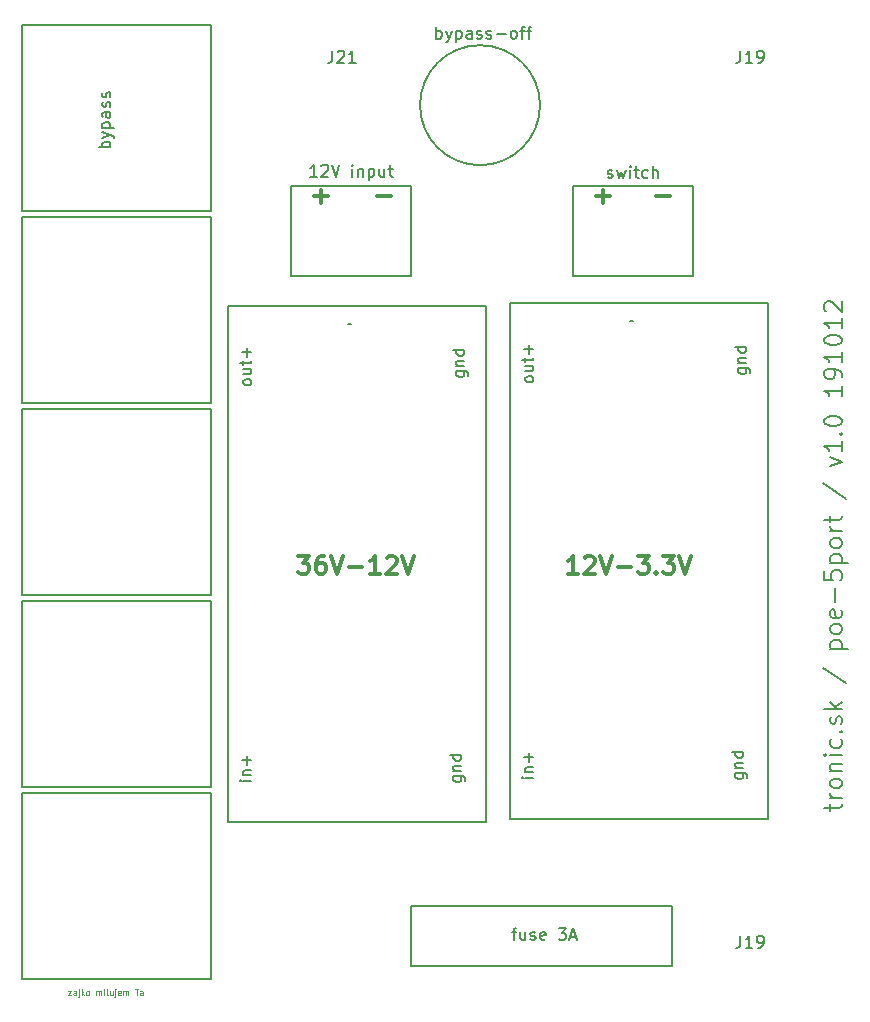
<source format=gto>
G04 #@! TF.FileFunction,Legend,Top*
%FSLAX46Y46*%
G04 Gerber Fmt 4.6, Leading zero omitted, Abs format (unit mm)*
G04 Created by KiCad (PCBNEW 4.0.7) date 10/13/19 14:19:05*
%MOMM*%
%LPD*%
G01*
G04 APERTURE LIST*
%ADD10C,0.100000*%
%ADD11C,0.200000*%
%ADD12C,0.300000*%
%ADD13C,0.150000*%
G04 APERTURE END LIST*
D10*
D11*
X90764218Y-50972981D02*
X90764218Y-49972981D01*
X90764218Y-50353933D02*
X90859456Y-50306314D01*
X91049933Y-50306314D01*
X91145171Y-50353933D01*
X91192790Y-50401552D01*
X91240409Y-50496790D01*
X91240409Y-50782505D01*
X91192790Y-50877743D01*
X91145171Y-50925362D01*
X91049933Y-50972981D01*
X90859456Y-50972981D01*
X90764218Y-50925362D01*
X91573742Y-50306314D02*
X91811837Y-50972981D01*
X92049933Y-50306314D02*
X91811837Y-50972981D01*
X91716599Y-51211076D01*
X91668980Y-51258695D01*
X91573742Y-51306314D01*
X92430885Y-50306314D02*
X92430885Y-51306314D01*
X92430885Y-50353933D02*
X92526123Y-50306314D01*
X92716600Y-50306314D01*
X92811838Y-50353933D01*
X92859457Y-50401552D01*
X92907076Y-50496790D01*
X92907076Y-50782505D01*
X92859457Y-50877743D01*
X92811838Y-50925362D01*
X92716600Y-50972981D01*
X92526123Y-50972981D01*
X92430885Y-50925362D01*
X93764219Y-50972981D02*
X93764219Y-50449171D01*
X93716600Y-50353933D01*
X93621362Y-50306314D01*
X93430885Y-50306314D01*
X93335647Y-50353933D01*
X93764219Y-50925362D02*
X93668981Y-50972981D01*
X93430885Y-50972981D01*
X93335647Y-50925362D01*
X93288028Y-50830124D01*
X93288028Y-50734886D01*
X93335647Y-50639648D01*
X93430885Y-50592029D01*
X93668981Y-50592029D01*
X93764219Y-50544410D01*
X94192790Y-50925362D02*
X94288028Y-50972981D01*
X94478504Y-50972981D01*
X94573743Y-50925362D01*
X94621362Y-50830124D01*
X94621362Y-50782505D01*
X94573743Y-50687267D01*
X94478504Y-50639648D01*
X94335647Y-50639648D01*
X94240409Y-50592029D01*
X94192790Y-50496790D01*
X94192790Y-50449171D01*
X94240409Y-50353933D01*
X94335647Y-50306314D01*
X94478504Y-50306314D01*
X94573743Y-50353933D01*
X95002314Y-50925362D02*
X95097552Y-50972981D01*
X95288028Y-50972981D01*
X95383267Y-50925362D01*
X95430886Y-50830124D01*
X95430886Y-50782505D01*
X95383267Y-50687267D01*
X95288028Y-50639648D01*
X95145171Y-50639648D01*
X95049933Y-50592029D01*
X95002314Y-50496790D01*
X95002314Y-50449171D01*
X95049933Y-50353933D01*
X95145171Y-50306314D01*
X95288028Y-50306314D01*
X95383267Y-50353933D01*
X95859457Y-50592029D02*
X96621362Y-50592029D01*
X97240409Y-50972981D02*
X97145171Y-50925362D01*
X97097552Y-50877743D01*
X97049933Y-50782505D01*
X97049933Y-50496790D01*
X97097552Y-50401552D01*
X97145171Y-50353933D01*
X97240409Y-50306314D01*
X97383267Y-50306314D01*
X97478505Y-50353933D01*
X97526124Y-50401552D01*
X97573743Y-50496790D01*
X97573743Y-50782505D01*
X97526124Y-50877743D01*
X97478505Y-50925362D01*
X97383267Y-50972981D01*
X97240409Y-50972981D01*
X97859457Y-50306314D02*
X98240409Y-50306314D01*
X98002314Y-50972981D02*
X98002314Y-50115838D01*
X98049933Y-50020600D01*
X98145171Y-49972981D01*
X98240409Y-49972981D01*
X98430886Y-50306314D02*
X98811838Y-50306314D01*
X98573743Y-50972981D02*
X98573743Y-50115838D01*
X98621362Y-50020600D01*
X98716600Y-49972981D01*
X98811838Y-49972981D01*
X63164981Y-60196124D02*
X62164981Y-60196124D01*
X62545933Y-60196124D02*
X62498314Y-60100886D01*
X62498314Y-59910409D01*
X62545933Y-59815171D01*
X62593552Y-59767552D01*
X62688790Y-59719933D01*
X62974505Y-59719933D01*
X63069743Y-59767552D01*
X63117362Y-59815171D01*
X63164981Y-59910409D01*
X63164981Y-60100886D01*
X63117362Y-60196124D01*
X62498314Y-59386600D02*
X63164981Y-59148505D01*
X62498314Y-58910409D02*
X63164981Y-59148505D01*
X63403076Y-59243743D01*
X63450695Y-59291362D01*
X63498314Y-59386600D01*
X62498314Y-58529457D02*
X63498314Y-58529457D01*
X62545933Y-58529457D02*
X62498314Y-58434219D01*
X62498314Y-58243742D01*
X62545933Y-58148504D01*
X62593552Y-58100885D01*
X62688790Y-58053266D01*
X62974505Y-58053266D01*
X63069743Y-58100885D01*
X63117362Y-58148504D01*
X63164981Y-58243742D01*
X63164981Y-58434219D01*
X63117362Y-58529457D01*
X63164981Y-57196123D02*
X62641171Y-57196123D01*
X62545933Y-57243742D01*
X62498314Y-57338980D01*
X62498314Y-57529457D01*
X62545933Y-57624695D01*
X63117362Y-57196123D02*
X63164981Y-57291361D01*
X63164981Y-57529457D01*
X63117362Y-57624695D01*
X63022124Y-57672314D01*
X62926886Y-57672314D01*
X62831648Y-57624695D01*
X62784029Y-57529457D01*
X62784029Y-57291361D01*
X62736410Y-57196123D01*
X63117362Y-56767552D02*
X63164981Y-56672314D01*
X63164981Y-56481838D01*
X63117362Y-56386599D01*
X63022124Y-56338980D01*
X62974505Y-56338980D01*
X62879267Y-56386599D01*
X62831648Y-56481838D01*
X62831648Y-56624695D01*
X62784029Y-56719933D01*
X62688790Y-56767552D01*
X62641171Y-56767552D01*
X62545933Y-56719933D01*
X62498314Y-56624695D01*
X62498314Y-56481838D01*
X62545933Y-56386599D01*
X63117362Y-55958028D02*
X63164981Y-55862790D01*
X63164981Y-55672314D01*
X63117362Y-55577075D01*
X63022124Y-55529456D01*
X62974505Y-55529456D01*
X62879267Y-55577075D01*
X62831648Y-55672314D01*
X62831648Y-55815171D01*
X62784029Y-55910409D01*
X62688790Y-55958028D01*
X62641171Y-55958028D01*
X62545933Y-55910409D01*
X62498314Y-55815171D01*
X62498314Y-55672314D01*
X62545933Y-55577075D01*
D12*
X110528028Y-64343743D02*
X109385171Y-64343743D01*
X105448028Y-64343743D02*
X104305171Y-64343743D01*
X104876600Y-64915171D02*
X104876600Y-63772314D01*
X86906028Y-64343743D02*
X85763171Y-64343743D01*
X81572028Y-64343743D02*
X80429171Y-64343743D01*
X81000600Y-64915171D02*
X81000600Y-63772314D01*
D11*
X105273743Y-62736362D02*
X105368981Y-62783981D01*
X105559457Y-62783981D01*
X105654696Y-62736362D01*
X105702315Y-62641124D01*
X105702315Y-62593505D01*
X105654696Y-62498267D01*
X105559457Y-62450648D01*
X105416600Y-62450648D01*
X105321362Y-62403029D01*
X105273743Y-62307790D01*
X105273743Y-62260171D01*
X105321362Y-62164933D01*
X105416600Y-62117314D01*
X105559457Y-62117314D01*
X105654696Y-62164933D01*
X106035648Y-62117314D02*
X106226124Y-62783981D01*
X106416601Y-62307790D01*
X106607077Y-62783981D01*
X106797553Y-62117314D01*
X107178505Y-62783981D02*
X107178505Y-62117314D01*
X107178505Y-61783981D02*
X107130886Y-61831600D01*
X107178505Y-61879219D01*
X107226124Y-61831600D01*
X107178505Y-61783981D01*
X107178505Y-61879219D01*
X107511838Y-62117314D02*
X107892790Y-62117314D01*
X107654695Y-61783981D02*
X107654695Y-62641124D01*
X107702314Y-62736362D01*
X107797552Y-62783981D01*
X107892790Y-62783981D01*
X108654696Y-62736362D02*
X108559458Y-62783981D01*
X108368981Y-62783981D01*
X108273743Y-62736362D01*
X108226124Y-62688743D01*
X108178505Y-62593505D01*
X108178505Y-62307790D01*
X108226124Y-62212552D01*
X108273743Y-62164933D01*
X108368981Y-62117314D01*
X108559458Y-62117314D01*
X108654696Y-62164933D01*
X109083267Y-62783981D02*
X109083267Y-61783981D01*
X109511839Y-62783981D02*
X109511839Y-62260171D01*
X109464220Y-62164933D01*
X109368982Y-62117314D01*
X109226124Y-62117314D01*
X109130886Y-62164933D01*
X109083267Y-62212552D01*
X80659648Y-62656981D02*
X80088219Y-62656981D01*
X80373933Y-62656981D02*
X80373933Y-61656981D01*
X80278695Y-61799838D01*
X80183457Y-61895076D01*
X80088219Y-61942695D01*
X81040600Y-61752219D02*
X81088219Y-61704600D01*
X81183457Y-61656981D01*
X81421553Y-61656981D01*
X81516791Y-61704600D01*
X81564410Y-61752219D01*
X81612029Y-61847457D01*
X81612029Y-61942695D01*
X81564410Y-62085552D01*
X80992981Y-62656981D01*
X81612029Y-62656981D01*
X81897743Y-61656981D02*
X82231076Y-62656981D01*
X82564410Y-61656981D01*
X83659648Y-62656981D02*
X83659648Y-61990314D01*
X83659648Y-61656981D02*
X83612029Y-61704600D01*
X83659648Y-61752219D01*
X83707267Y-61704600D01*
X83659648Y-61656981D01*
X83659648Y-61752219D01*
X84135838Y-61990314D02*
X84135838Y-62656981D01*
X84135838Y-62085552D02*
X84183457Y-62037933D01*
X84278695Y-61990314D01*
X84421553Y-61990314D01*
X84516791Y-62037933D01*
X84564410Y-62133171D01*
X84564410Y-62656981D01*
X85040600Y-61990314D02*
X85040600Y-62990314D01*
X85040600Y-62037933D02*
X85135838Y-61990314D01*
X85326315Y-61990314D01*
X85421553Y-62037933D01*
X85469172Y-62085552D01*
X85516791Y-62180790D01*
X85516791Y-62466505D01*
X85469172Y-62561743D01*
X85421553Y-62609362D01*
X85326315Y-62656981D01*
X85135838Y-62656981D01*
X85040600Y-62609362D01*
X86373934Y-61990314D02*
X86373934Y-62656981D01*
X85945362Y-61990314D02*
X85945362Y-62514124D01*
X85992981Y-62609362D01*
X86088219Y-62656981D01*
X86231077Y-62656981D01*
X86326315Y-62609362D01*
X86373934Y-62561743D01*
X86707267Y-61990314D02*
X87088219Y-61990314D01*
X86850124Y-61656981D02*
X86850124Y-62514124D01*
X86897743Y-62609362D01*
X86992981Y-62656981D01*
X87088219Y-62656981D01*
D12*
X102749887Y-96284171D02*
X101892744Y-96284171D01*
X102321316Y-96284171D02*
X102321316Y-94784171D01*
X102178459Y-94998457D01*
X102035601Y-95141314D01*
X101892744Y-95212743D01*
X103321315Y-94927029D02*
X103392744Y-94855600D01*
X103535601Y-94784171D01*
X103892744Y-94784171D01*
X104035601Y-94855600D01*
X104107030Y-94927029D01*
X104178458Y-95069886D01*
X104178458Y-95212743D01*
X104107030Y-95427029D01*
X103249887Y-96284171D01*
X104178458Y-96284171D01*
X104607029Y-94784171D02*
X105107029Y-96284171D01*
X105607029Y-94784171D01*
X106107029Y-95712743D02*
X107249886Y-95712743D01*
X107821315Y-94784171D02*
X108749886Y-94784171D01*
X108249886Y-95355600D01*
X108464172Y-95355600D01*
X108607029Y-95427029D01*
X108678458Y-95498457D01*
X108749886Y-95641314D01*
X108749886Y-95998457D01*
X108678458Y-96141314D01*
X108607029Y-96212743D01*
X108464172Y-96284171D01*
X108035600Y-96284171D01*
X107892743Y-96212743D01*
X107821315Y-96141314D01*
X109392743Y-96141314D02*
X109464171Y-96212743D01*
X109392743Y-96284171D01*
X109321314Y-96212743D01*
X109392743Y-96141314D01*
X109392743Y-96284171D01*
X109964172Y-94784171D02*
X110892743Y-94784171D01*
X110392743Y-95355600D01*
X110607029Y-95355600D01*
X110749886Y-95427029D01*
X110821315Y-95498457D01*
X110892743Y-95641314D01*
X110892743Y-95998457D01*
X110821315Y-96141314D01*
X110749886Y-96212743D01*
X110607029Y-96284171D01*
X110178457Y-96284171D01*
X110035600Y-96212743D01*
X109964172Y-96141314D01*
X111321314Y-94784171D02*
X111821314Y-96284171D01*
X112321314Y-94784171D01*
X79064459Y-94784171D02*
X79993030Y-94784171D01*
X79493030Y-95355600D01*
X79707316Y-95355600D01*
X79850173Y-95427029D01*
X79921602Y-95498457D01*
X79993030Y-95641314D01*
X79993030Y-95998457D01*
X79921602Y-96141314D01*
X79850173Y-96212743D01*
X79707316Y-96284171D01*
X79278744Y-96284171D01*
X79135887Y-96212743D01*
X79064459Y-96141314D01*
X81278744Y-94784171D02*
X80993030Y-94784171D01*
X80850173Y-94855600D01*
X80778744Y-94927029D01*
X80635887Y-95141314D01*
X80564458Y-95427029D01*
X80564458Y-95998457D01*
X80635887Y-96141314D01*
X80707315Y-96212743D01*
X80850173Y-96284171D01*
X81135887Y-96284171D01*
X81278744Y-96212743D01*
X81350173Y-96141314D01*
X81421601Y-95998457D01*
X81421601Y-95641314D01*
X81350173Y-95498457D01*
X81278744Y-95427029D01*
X81135887Y-95355600D01*
X80850173Y-95355600D01*
X80707315Y-95427029D01*
X80635887Y-95498457D01*
X80564458Y-95641314D01*
X81850172Y-94784171D02*
X82350172Y-96284171D01*
X82850172Y-94784171D01*
X83350172Y-95712743D02*
X84493029Y-95712743D01*
X85993029Y-96284171D02*
X85135886Y-96284171D01*
X85564458Y-96284171D02*
X85564458Y-94784171D01*
X85421601Y-94998457D01*
X85278743Y-95141314D01*
X85135886Y-95212743D01*
X86564457Y-94927029D02*
X86635886Y-94855600D01*
X86778743Y-94784171D01*
X87135886Y-94784171D01*
X87278743Y-94855600D01*
X87350172Y-94927029D01*
X87421600Y-95069886D01*
X87421600Y-95212743D01*
X87350172Y-95427029D01*
X86493029Y-96284171D01*
X87421600Y-96284171D01*
X87850171Y-94784171D02*
X88350171Y-96284171D01*
X88850171Y-94784171D01*
D11*
X97161695Y-126633314D02*
X97542647Y-126633314D01*
X97304552Y-127299981D02*
X97304552Y-126442838D01*
X97352171Y-126347600D01*
X97447409Y-126299981D01*
X97542647Y-126299981D01*
X98304553Y-126633314D02*
X98304553Y-127299981D01*
X97875981Y-126633314D02*
X97875981Y-127157124D01*
X97923600Y-127252362D01*
X98018838Y-127299981D01*
X98161696Y-127299981D01*
X98256934Y-127252362D01*
X98304553Y-127204743D01*
X98733124Y-127252362D02*
X98828362Y-127299981D01*
X99018838Y-127299981D01*
X99114077Y-127252362D01*
X99161696Y-127157124D01*
X99161696Y-127109505D01*
X99114077Y-127014267D01*
X99018838Y-126966648D01*
X98875981Y-126966648D01*
X98780743Y-126919029D01*
X98733124Y-126823790D01*
X98733124Y-126776171D01*
X98780743Y-126680933D01*
X98875981Y-126633314D01*
X99018838Y-126633314D01*
X99114077Y-126680933D01*
X99971220Y-127252362D02*
X99875982Y-127299981D01*
X99685505Y-127299981D01*
X99590267Y-127252362D01*
X99542648Y-127157124D01*
X99542648Y-126776171D01*
X99590267Y-126680933D01*
X99685505Y-126633314D01*
X99875982Y-126633314D01*
X99971220Y-126680933D01*
X100018839Y-126776171D01*
X100018839Y-126871410D01*
X99542648Y-126966648D01*
X101114077Y-126299981D02*
X101733125Y-126299981D01*
X101399791Y-126680933D01*
X101542649Y-126680933D01*
X101637887Y-126728552D01*
X101685506Y-126776171D01*
X101733125Y-126871410D01*
X101733125Y-127109505D01*
X101685506Y-127204743D01*
X101637887Y-127252362D01*
X101542649Y-127299981D01*
X101256934Y-127299981D01*
X101161696Y-127252362D01*
X101114077Y-127204743D01*
X102114077Y-127014267D02*
X102590268Y-127014267D01*
X102018839Y-127299981D02*
X102352172Y-126299981D01*
X102685506Y-127299981D01*
D10*
X59597530Y-131629957D02*
X59859434Y-131629957D01*
X59597530Y-131963290D01*
X59859434Y-131963290D01*
X60264196Y-131963290D02*
X60264196Y-131701386D01*
X60240387Y-131653767D01*
X60192768Y-131629957D01*
X60097530Y-131629957D01*
X60049911Y-131653767D01*
X60264196Y-131939481D02*
X60216577Y-131963290D01*
X60097530Y-131963290D01*
X60049911Y-131939481D01*
X60026101Y-131891862D01*
X60026101Y-131844243D01*
X60049911Y-131796624D01*
X60097530Y-131772814D01*
X60216577Y-131772814D01*
X60264196Y-131749005D01*
X60502292Y-131629957D02*
X60502292Y-132058529D01*
X60478482Y-132106148D01*
X60430863Y-132129957D01*
X60407054Y-132129957D01*
X60502292Y-131463290D02*
X60478482Y-131487100D01*
X60502292Y-131510910D01*
X60526101Y-131487100D01*
X60502292Y-131463290D01*
X60502292Y-131510910D01*
X60740387Y-131963290D02*
X60740387Y-131463290D01*
X60788006Y-131772814D02*
X60930863Y-131963290D01*
X60930863Y-131629957D02*
X60740387Y-131820433D01*
X61216577Y-131963290D02*
X61168958Y-131939481D01*
X61145149Y-131915671D01*
X61121339Y-131868052D01*
X61121339Y-131725195D01*
X61145149Y-131677576D01*
X61168958Y-131653767D01*
X61216577Y-131629957D01*
X61288006Y-131629957D01*
X61335625Y-131653767D01*
X61359434Y-131677576D01*
X61383244Y-131725195D01*
X61383244Y-131868052D01*
X61359434Y-131915671D01*
X61335625Y-131939481D01*
X61288006Y-131963290D01*
X61216577Y-131963290D01*
X61978482Y-131963290D02*
X61978482Y-131629957D01*
X61978482Y-131677576D02*
X62002291Y-131653767D01*
X62049910Y-131629957D01*
X62121339Y-131629957D01*
X62168958Y-131653767D01*
X62192767Y-131701386D01*
X62192767Y-131963290D01*
X62192767Y-131701386D02*
X62216577Y-131653767D01*
X62264196Y-131629957D01*
X62335624Y-131629957D01*
X62383244Y-131653767D01*
X62407053Y-131701386D01*
X62407053Y-131963290D01*
X62645149Y-131963290D02*
X62645149Y-131629957D01*
X62645149Y-131463290D02*
X62621339Y-131487100D01*
X62645149Y-131510910D01*
X62668958Y-131487100D01*
X62645149Y-131463290D01*
X62645149Y-131510910D01*
X62954672Y-131963290D02*
X62907053Y-131939481D01*
X62883244Y-131891862D01*
X62883244Y-131463290D01*
X63359434Y-131629957D02*
X63359434Y-131963290D01*
X63145149Y-131629957D02*
X63145149Y-131891862D01*
X63168958Y-131939481D01*
X63216577Y-131963290D01*
X63288006Y-131963290D01*
X63335625Y-131939481D01*
X63359434Y-131915671D01*
X63597530Y-131629957D02*
X63597530Y-132058529D01*
X63573720Y-132106148D01*
X63526101Y-132129957D01*
X63502292Y-132129957D01*
X63597530Y-131463290D02*
X63573720Y-131487100D01*
X63597530Y-131510910D01*
X63621339Y-131487100D01*
X63597530Y-131463290D01*
X63597530Y-131510910D01*
X64026101Y-131939481D02*
X63978482Y-131963290D01*
X63883244Y-131963290D01*
X63835625Y-131939481D01*
X63811815Y-131891862D01*
X63811815Y-131701386D01*
X63835625Y-131653767D01*
X63883244Y-131629957D01*
X63978482Y-131629957D01*
X64026101Y-131653767D01*
X64049910Y-131701386D01*
X64049910Y-131749005D01*
X63811815Y-131796624D01*
X64264196Y-131963290D02*
X64264196Y-131629957D01*
X64264196Y-131677576D02*
X64288005Y-131653767D01*
X64335624Y-131629957D01*
X64407053Y-131629957D01*
X64454672Y-131653767D01*
X64478481Y-131701386D01*
X64478481Y-131963290D01*
X64478481Y-131701386D02*
X64502291Y-131653767D01*
X64549910Y-131629957D01*
X64621338Y-131629957D01*
X64668958Y-131653767D01*
X64692767Y-131701386D01*
X64692767Y-131963290D01*
X65240386Y-131463290D02*
X65526100Y-131463290D01*
X65383243Y-131963290D02*
X65383243Y-131463290D01*
X65907052Y-131963290D02*
X65907052Y-131701386D01*
X65883243Y-131653767D01*
X65835624Y-131629957D01*
X65740386Y-131629957D01*
X65692767Y-131653767D01*
X65907052Y-131939481D02*
X65859433Y-131963290D01*
X65740386Y-131963290D01*
X65692767Y-131939481D01*
X65668957Y-131891862D01*
X65668957Y-131844243D01*
X65692767Y-131796624D01*
X65740386Y-131772814D01*
X65859433Y-131772814D01*
X65907052Y-131749005D01*
D11*
X124113171Y-116359456D02*
X124113171Y-115788027D01*
X123613171Y-116145170D02*
X124898886Y-116145170D01*
X125041743Y-116073742D01*
X125113171Y-115930884D01*
X125113171Y-115788027D01*
X125113171Y-115288027D02*
X124113171Y-115288027D01*
X124398886Y-115288027D02*
X124256029Y-115216599D01*
X124184600Y-115145170D01*
X124113171Y-115002313D01*
X124113171Y-114859456D01*
X125113171Y-114145170D02*
X125041743Y-114288028D01*
X124970314Y-114359456D01*
X124827457Y-114430885D01*
X124398886Y-114430885D01*
X124256029Y-114359456D01*
X124184600Y-114288028D01*
X124113171Y-114145170D01*
X124113171Y-113930885D01*
X124184600Y-113788028D01*
X124256029Y-113716599D01*
X124398886Y-113645170D01*
X124827457Y-113645170D01*
X124970314Y-113716599D01*
X125041743Y-113788028D01*
X125113171Y-113930885D01*
X125113171Y-114145170D01*
X124113171Y-113002313D02*
X125113171Y-113002313D01*
X124256029Y-113002313D02*
X124184600Y-112930885D01*
X124113171Y-112788027D01*
X124113171Y-112573742D01*
X124184600Y-112430885D01*
X124327457Y-112359456D01*
X125113171Y-112359456D01*
X125113171Y-111645170D02*
X124113171Y-111645170D01*
X123613171Y-111645170D02*
X123684600Y-111716599D01*
X123756029Y-111645170D01*
X123684600Y-111573742D01*
X123613171Y-111645170D01*
X123756029Y-111645170D01*
X125041743Y-110288027D02*
X125113171Y-110430884D01*
X125113171Y-110716598D01*
X125041743Y-110859456D01*
X124970314Y-110930884D01*
X124827457Y-111002313D01*
X124398886Y-111002313D01*
X124256029Y-110930884D01*
X124184600Y-110859456D01*
X124113171Y-110716598D01*
X124113171Y-110430884D01*
X124184600Y-110288027D01*
X124970314Y-109645170D02*
X125041743Y-109573742D01*
X125113171Y-109645170D01*
X125041743Y-109716599D01*
X124970314Y-109645170D01*
X125113171Y-109645170D01*
X125041743Y-109002313D02*
X125113171Y-108859456D01*
X125113171Y-108573741D01*
X125041743Y-108430884D01*
X124898886Y-108359456D01*
X124827457Y-108359456D01*
X124684600Y-108430884D01*
X124613171Y-108573741D01*
X124613171Y-108788027D01*
X124541743Y-108930884D01*
X124398886Y-109002313D01*
X124327457Y-109002313D01*
X124184600Y-108930884D01*
X124113171Y-108788027D01*
X124113171Y-108573741D01*
X124184600Y-108430884D01*
X125113171Y-107716598D02*
X123613171Y-107716598D01*
X124541743Y-107573741D02*
X125113171Y-107145170D01*
X124113171Y-107145170D02*
X124684600Y-107716598D01*
X123541743Y-104288027D02*
X125470314Y-105573741D01*
X124113171Y-102645169D02*
X125613171Y-102645169D01*
X124184600Y-102645169D02*
X124113171Y-102502312D01*
X124113171Y-102216598D01*
X124184600Y-102073741D01*
X124256029Y-102002312D01*
X124398886Y-101930883D01*
X124827457Y-101930883D01*
X124970314Y-102002312D01*
X125041743Y-102073741D01*
X125113171Y-102216598D01*
X125113171Y-102502312D01*
X125041743Y-102645169D01*
X125113171Y-101073740D02*
X125041743Y-101216598D01*
X124970314Y-101288026D01*
X124827457Y-101359455D01*
X124398886Y-101359455D01*
X124256029Y-101288026D01*
X124184600Y-101216598D01*
X124113171Y-101073740D01*
X124113171Y-100859455D01*
X124184600Y-100716598D01*
X124256029Y-100645169D01*
X124398886Y-100573740D01*
X124827457Y-100573740D01*
X124970314Y-100645169D01*
X125041743Y-100716598D01*
X125113171Y-100859455D01*
X125113171Y-101073740D01*
X125041743Y-99359455D02*
X125113171Y-99502312D01*
X125113171Y-99788026D01*
X125041743Y-99930883D01*
X124898886Y-100002312D01*
X124327457Y-100002312D01*
X124184600Y-99930883D01*
X124113171Y-99788026D01*
X124113171Y-99502312D01*
X124184600Y-99359455D01*
X124327457Y-99288026D01*
X124470314Y-99288026D01*
X124613171Y-100002312D01*
X124541743Y-98645169D02*
X124541743Y-97502312D01*
X123613171Y-96073740D02*
X123613171Y-96788026D01*
X124327457Y-96859455D01*
X124256029Y-96788026D01*
X124184600Y-96645169D01*
X124184600Y-96288026D01*
X124256029Y-96145169D01*
X124327457Y-96073740D01*
X124470314Y-96002312D01*
X124827457Y-96002312D01*
X124970314Y-96073740D01*
X125041743Y-96145169D01*
X125113171Y-96288026D01*
X125113171Y-96645169D01*
X125041743Y-96788026D01*
X124970314Y-96859455D01*
X124113171Y-95359455D02*
X125613171Y-95359455D01*
X124184600Y-95359455D02*
X124113171Y-95216598D01*
X124113171Y-94930884D01*
X124184600Y-94788027D01*
X124256029Y-94716598D01*
X124398886Y-94645169D01*
X124827457Y-94645169D01*
X124970314Y-94716598D01*
X125041743Y-94788027D01*
X125113171Y-94930884D01*
X125113171Y-95216598D01*
X125041743Y-95359455D01*
X125113171Y-93788026D02*
X125041743Y-93930884D01*
X124970314Y-94002312D01*
X124827457Y-94073741D01*
X124398886Y-94073741D01*
X124256029Y-94002312D01*
X124184600Y-93930884D01*
X124113171Y-93788026D01*
X124113171Y-93573741D01*
X124184600Y-93430884D01*
X124256029Y-93359455D01*
X124398886Y-93288026D01*
X124827457Y-93288026D01*
X124970314Y-93359455D01*
X125041743Y-93430884D01*
X125113171Y-93573741D01*
X125113171Y-93788026D01*
X125113171Y-92645169D02*
X124113171Y-92645169D01*
X124398886Y-92645169D02*
X124256029Y-92573741D01*
X124184600Y-92502312D01*
X124113171Y-92359455D01*
X124113171Y-92216598D01*
X124113171Y-91930884D02*
X124113171Y-91359455D01*
X123613171Y-91716598D02*
X124898886Y-91716598D01*
X125041743Y-91645170D01*
X125113171Y-91502312D01*
X125113171Y-91359455D01*
X123541743Y-88645170D02*
X125470314Y-89930884D01*
X124113171Y-87145169D02*
X125113171Y-86788026D01*
X124113171Y-86430884D01*
X125113171Y-85073741D02*
X125113171Y-85930884D01*
X125113171Y-85502312D02*
X123613171Y-85502312D01*
X123827457Y-85645169D01*
X123970314Y-85788027D01*
X124041743Y-85930884D01*
X124970314Y-84430884D02*
X125041743Y-84359456D01*
X125113171Y-84430884D01*
X125041743Y-84502313D01*
X124970314Y-84430884D01*
X125113171Y-84430884D01*
X123613171Y-83430884D02*
X123613171Y-83288027D01*
X123684600Y-83145170D01*
X123756029Y-83073741D01*
X123898886Y-83002312D01*
X124184600Y-82930884D01*
X124541743Y-82930884D01*
X124827457Y-83002312D01*
X124970314Y-83073741D01*
X125041743Y-83145170D01*
X125113171Y-83288027D01*
X125113171Y-83430884D01*
X125041743Y-83573741D01*
X124970314Y-83645170D01*
X124827457Y-83716598D01*
X124541743Y-83788027D01*
X124184600Y-83788027D01*
X123898886Y-83716598D01*
X123756029Y-83645170D01*
X123684600Y-83573741D01*
X123613171Y-83430884D01*
X125113171Y-80359456D02*
X125113171Y-81216599D01*
X125113171Y-80788027D02*
X123613171Y-80788027D01*
X123827457Y-80930884D01*
X123970314Y-81073742D01*
X124041743Y-81216599D01*
X125113171Y-79645171D02*
X125113171Y-79359456D01*
X125041743Y-79216599D01*
X124970314Y-79145171D01*
X124756029Y-79002313D01*
X124470314Y-78930885D01*
X123898886Y-78930885D01*
X123756029Y-79002313D01*
X123684600Y-79073742D01*
X123613171Y-79216599D01*
X123613171Y-79502313D01*
X123684600Y-79645171D01*
X123756029Y-79716599D01*
X123898886Y-79788028D01*
X124256029Y-79788028D01*
X124398886Y-79716599D01*
X124470314Y-79645171D01*
X124541743Y-79502313D01*
X124541743Y-79216599D01*
X124470314Y-79073742D01*
X124398886Y-79002313D01*
X124256029Y-78930885D01*
X125113171Y-77502314D02*
X125113171Y-78359457D01*
X125113171Y-77930885D02*
X123613171Y-77930885D01*
X123827457Y-78073742D01*
X123970314Y-78216600D01*
X124041743Y-78359457D01*
X123613171Y-76573743D02*
X123613171Y-76430886D01*
X123684600Y-76288029D01*
X123756029Y-76216600D01*
X123898886Y-76145171D01*
X124184600Y-76073743D01*
X124541743Y-76073743D01*
X124827457Y-76145171D01*
X124970314Y-76216600D01*
X125041743Y-76288029D01*
X125113171Y-76430886D01*
X125113171Y-76573743D01*
X125041743Y-76716600D01*
X124970314Y-76788029D01*
X124827457Y-76859457D01*
X124541743Y-76930886D01*
X124184600Y-76930886D01*
X123898886Y-76859457D01*
X123756029Y-76788029D01*
X123684600Y-76716600D01*
X123613171Y-76573743D01*
X125113171Y-74645172D02*
X125113171Y-75502315D01*
X125113171Y-75073743D02*
X123613171Y-75073743D01*
X123827457Y-75216600D01*
X123970314Y-75359458D01*
X124041743Y-75502315D01*
X123756029Y-74073744D02*
X123684600Y-74002315D01*
X123613171Y-73859458D01*
X123613171Y-73502315D01*
X123684600Y-73359458D01*
X123756029Y-73288029D01*
X123898886Y-73216601D01*
X124041743Y-73216601D01*
X124256029Y-73288029D01*
X125113171Y-74145172D01*
X125113171Y-73216601D01*
D13*
X71704200Y-98628200D02*
X55702200Y-98628200D01*
X55702200Y-114376200D02*
X70815200Y-114376200D01*
X71704200Y-98628200D02*
X71704200Y-99390200D01*
X70180200Y-114376200D02*
X71704200Y-114376200D01*
X71704200Y-114376200D02*
X71704200Y-99136200D01*
X55702200Y-98628200D02*
X55702200Y-114376200D01*
X71704200Y-82372200D02*
X55702200Y-82372200D01*
X55702200Y-98120200D02*
X70815200Y-98120200D01*
X71704200Y-82372200D02*
X71704200Y-83134200D01*
X70180200Y-98120200D02*
X71704200Y-98120200D01*
X71704200Y-98120200D02*
X71704200Y-82880200D01*
X55702200Y-82372200D02*
X55702200Y-98120200D01*
X84048600Y-117322600D02*
X73126600Y-117322600D01*
X73126600Y-117322600D02*
X73126600Y-73634600D01*
X73126600Y-73634600D02*
X94970600Y-73634600D01*
X94970600Y-73634600D02*
X94970600Y-117322600D01*
X94970600Y-117322600D02*
X83540600Y-117322600D01*
X83540600Y-75158600D02*
X83286600Y-75158600D01*
X98526600Y-124434600D02*
X88620600Y-124434600D01*
X88620600Y-124434600D02*
X88620600Y-129514600D01*
X88620600Y-129514600D02*
X110718600Y-129514600D01*
X110718600Y-129514600D02*
X110718600Y-124688600D01*
X110718600Y-124688600D02*
X110718600Y-124434600D01*
X110718600Y-124434600D02*
X98526600Y-124434600D01*
X78460600Y-63474600D02*
X88620600Y-63474600D01*
X88620600Y-63474600D02*
X88620600Y-71094600D01*
X88620600Y-71094600D02*
X78460600Y-71094600D01*
X78460600Y-71094600D02*
X78460600Y-63474600D01*
X102336600Y-63474600D02*
X112496600Y-63474600D01*
X112496600Y-63474600D02*
X112496600Y-71094600D01*
X112496600Y-71094600D02*
X102336600Y-71094600D01*
X102336600Y-71094600D02*
X102336600Y-63474600D01*
X71653400Y-114884200D02*
X55651400Y-114884200D01*
X55651400Y-130632200D02*
X70764400Y-130632200D01*
X71653400Y-114884200D02*
X71653400Y-115646200D01*
X70129400Y-130632200D02*
X71653400Y-130632200D01*
X71653400Y-130632200D02*
X71653400Y-115392200D01*
X55651400Y-114884200D02*
X55651400Y-130632200D01*
X71704200Y-49860200D02*
X55702200Y-49860200D01*
X55702200Y-65608200D02*
X70815200Y-65608200D01*
X71704200Y-49860200D02*
X71704200Y-50622200D01*
X70180200Y-65608200D02*
X71704200Y-65608200D01*
X71704200Y-65608200D02*
X71704200Y-50368200D01*
X55702200Y-49860200D02*
X55702200Y-65608200D01*
X107924600Y-117068600D02*
X97002600Y-117068600D01*
X97002600Y-117068600D02*
X97002600Y-73380600D01*
X97002600Y-73380600D02*
X118846600Y-73380600D01*
X118846600Y-73380600D02*
X118846600Y-117068600D01*
X118846600Y-117068600D02*
X107416600Y-117068600D01*
X107416600Y-74904600D02*
X107162600Y-74904600D01*
X71704200Y-66116200D02*
X55702200Y-66116200D01*
X55702200Y-81864200D02*
X70815200Y-81864200D01*
X71704200Y-66116200D02*
X71704200Y-66878200D01*
X70180200Y-81864200D02*
X71704200Y-81864200D01*
X71704200Y-81864200D02*
X71704200Y-66624200D01*
X55702200Y-66116200D02*
X55702200Y-81864200D01*
X99542600Y-56616600D02*
G75*
G03X99542600Y-56616600I-5080000J0D01*
G01*
X116513077Y-52004981D02*
X116513077Y-52719267D01*
X116465457Y-52862124D01*
X116370219Y-52957362D01*
X116227362Y-53004981D01*
X116132124Y-53004981D01*
X117513077Y-53004981D02*
X116941648Y-53004981D01*
X117227362Y-53004981D02*
X117227362Y-52004981D01*
X117132124Y-52147838D01*
X117036886Y-52243076D01*
X116941648Y-52290695D01*
X117989267Y-53004981D02*
X118179743Y-53004981D01*
X118274982Y-52957362D01*
X118322601Y-52909743D01*
X118417839Y-52766886D01*
X118465458Y-52576410D01*
X118465458Y-52195457D01*
X118417839Y-52100219D01*
X118370220Y-52052600D01*
X118274982Y-52004981D01*
X118084505Y-52004981D01*
X117989267Y-52052600D01*
X117941648Y-52100219D01*
X117894029Y-52195457D01*
X117894029Y-52433552D01*
X117941648Y-52528790D01*
X117989267Y-52576410D01*
X118084505Y-52624029D01*
X118274982Y-52624029D01*
X118370220Y-52576410D01*
X118417839Y-52528790D01*
X118465458Y-52433552D01*
X75102981Y-80143172D02*
X75055362Y-80238410D01*
X75007743Y-80286029D01*
X74912505Y-80333648D01*
X74626790Y-80333648D01*
X74531552Y-80286029D01*
X74483933Y-80238410D01*
X74436314Y-80143172D01*
X74436314Y-80000314D01*
X74483933Y-79905076D01*
X74531552Y-79857457D01*
X74626790Y-79809838D01*
X74912505Y-79809838D01*
X75007743Y-79857457D01*
X75055362Y-79905076D01*
X75102981Y-80000314D01*
X75102981Y-80143172D01*
X74436314Y-78952695D02*
X75102981Y-78952695D01*
X74436314Y-79381267D02*
X74960124Y-79381267D01*
X75055362Y-79333648D01*
X75102981Y-79238410D01*
X75102981Y-79095552D01*
X75055362Y-79000314D01*
X75007743Y-78952695D01*
X74436314Y-78619362D02*
X74436314Y-78238410D01*
X74102981Y-78476505D02*
X74960124Y-78476505D01*
X75055362Y-78428886D01*
X75102981Y-78333648D01*
X75102981Y-78238410D01*
X74722029Y-77905076D02*
X74722029Y-77143171D01*
X75102981Y-77524123D02*
X74341076Y-77524123D01*
X75102981Y-113822028D02*
X74436314Y-113822028D01*
X74102981Y-113822028D02*
X74150600Y-113869647D01*
X74198219Y-113822028D01*
X74150600Y-113774409D01*
X74102981Y-113822028D01*
X74198219Y-113822028D01*
X74436314Y-113345838D02*
X75102981Y-113345838D01*
X74531552Y-113345838D02*
X74483933Y-113298219D01*
X74436314Y-113202981D01*
X74436314Y-113060123D01*
X74483933Y-112964885D01*
X74579171Y-112917266D01*
X75102981Y-112917266D01*
X74722029Y-112441076D02*
X74722029Y-111679171D01*
X75102981Y-112060123D02*
X74341076Y-112060123D01*
X92470314Y-79151076D02*
X93279838Y-79151076D01*
X93375076Y-79198695D01*
X93422695Y-79246314D01*
X93470314Y-79341553D01*
X93470314Y-79484410D01*
X93422695Y-79579648D01*
X93089362Y-79151076D02*
X93136981Y-79246314D01*
X93136981Y-79436791D01*
X93089362Y-79532029D01*
X93041743Y-79579648D01*
X92946505Y-79627267D01*
X92660790Y-79627267D01*
X92565552Y-79579648D01*
X92517933Y-79532029D01*
X92470314Y-79436791D01*
X92470314Y-79246314D01*
X92517933Y-79151076D01*
X92470314Y-78674886D02*
X93136981Y-78674886D01*
X92565552Y-78674886D02*
X92517933Y-78627267D01*
X92470314Y-78532029D01*
X92470314Y-78389171D01*
X92517933Y-78293933D01*
X92613171Y-78246314D01*
X93136981Y-78246314D01*
X93136981Y-77341552D02*
X92136981Y-77341552D01*
X93089362Y-77341552D02*
X93136981Y-77436790D01*
X93136981Y-77627267D01*
X93089362Y-77722505D01*
X93041743Y-77770124D01*
X92946505Y-77817743D01*
X92660790Y-77817743D01*
X92565552Y-77770124D01*
X92517933Y-77722505D01*
X92470314Y-77627267D01*
X92470314Y-77436790D01*
X92517933Y-77341552D01*
X92216314Y-113441076D02*
X93025838Y-113441076D01*
X93121076Y-113488695D01*
X93168695Y-113536314D01*
X93216314Y-113631553D01*
X93216314Y-113774410D01*
X93168695Y-113869648D01*
X92835362Y-113441076D02*
X92882981Y-113536314D01*
X92882981Y-113726791D01*
X92835362Y-113822029D01*
X92787743Y-113869648D01*
X92692505Y-113917267D01*
X92406790Y-113917267D01*
X92311552Y-113869648D01*
X92263933Y-113822029D01*
X92216314Y-113726791D01*
X92216314Y-113536314D01*
X92263933Y-113441076D01*
X92216314Y-112964886D02*
X92882981Y-112964886D01*
X92311552Y-112964886D02*
X92263933Y-112917267D01*
X92216314Y-112822029D01*
X92216314Y-112679171D01*
X92263933Y-112583933D01*
X92359171Y-112536314D01*
X92882981Y-112536314D01*
X92882981Y-111631552D02*
X91882981Y-111631552D01*
X92835362Y-111631552D02*
X92882981Y-111726790D01*
X92882981Y-111917267D01*
X92835362Y-112012505D01*
X92787743Y-112060124D01*
X92692505Y-112107743D01*
X92406790Y-112107743D01*
X92311552Y-112060124D01*
X92263933Y-112012505D01*
X92216314Y-111917267D01*
X92216314Y-111726790D01*
X92263933Y-111631552D01*
X116513077Y-126934981D02*
X116513077Y-127649267D01*
X116465457Y-127792124D01*
X116370219Y-127887362D01*
X116227362Y-127934981D01*
X116132124Y-127934981D01*
X117513077Y-127934981D02*
X116941648Y-127934981D01*
X117227362Y-127934981D02*
X117227362Y-126934981D01*
X117132124Y-127077838D01*
X117036886Y-127173076D01*
X116941648Y-127220695D01*
X117989267Y-127934981D02*
X118179743Y-127934981D01*
X118274982Y-127887362D01*
X118322601Y-127839743D01*
X118417839Y-127696886D01*
X118465458Y-127506410D01*
X118465458Y-127125457D01*
X118417839Y-127030219D01*
X118370220Y-126982600D01*
X118274982Y-126934981D01*
X118084505Y-126934981D01*
X117989267Y-126982600D01*
X117941648Y-127030219D01*
X117894029Y-127125457D01*
X117894029Y-127363552D01*
X117941648Y-127458790D01*
X117989267Y-127506410D01*
X118084505Y-127554029D01*
X118274982Y-127554029D01*
X118370220Y-127506410D01*
X118417839Y-127458790D01*
X118465458Y-127363552D01*
X81969077Y-52004981D02*
X81969077Y-52719267D01*
X81921457Y-52862124D01*
X81826219Y-52957362D01*
X81683362Y-53004981D01*
X81588124Y-53004981D01*
X82397648Y-52100219D02*
X82445267Y-52052600D01*
X82540505Y-52004981D01*
X82778601Y-52004981D01*
X82873839Y-52052600D01*
X82921458Y-52100219D01*
X82969077Y-52195457D01*
X82969077Y-52290695D01*
X82921458Y-52433552D01*
X82350029Y-53004981D01*
X82969077Y-53004981D01*
X83921458Y-53004981D02*
X83350029Y-53004981D01*
X83635743Y-53004981D02*
X83635743Y-52004981D01*
X83540505Y-52147838D01*
X83445267Y-52243076D01*
X83350029Y-52290695D01*
X98978981Y-79889172D02*
X98931362Y-79984410D01*
X98883743Y-80032029D01*
X98788505Y-80079648D01*
X98502790Y-80079648D01*
X98407552Y-80032029D01*
X98359933Y-79984410D01*
X98312314Y-79889172D01*
X98312314Y-79746314D01*
X98359933Y-79651076D01*
X98407552Y-79603457D01*
X98502790Y-79555838D01*
X98788505Y-79555838D01*
X98883743Y-79603457D01*
X98931362Y-79651076D01*
X98978981Y-79746314D01*
X98978981Y-79889172D01*
X98312314Y-78698695D02*
X98978981Y-78698695D01*
X98312314Y-79127267D02*
X98836124Y-79127267D01*
X98931362Y-79079648D01*
X98978981Y-78984410D01*
X98978981Y-78841552D01*
X98931362Y-78746314D01*
X98883743Y-78698695D01*
X98312314Y-78365362D02*
X98312314Y-77984410D01*
X97978981Y-78222505D02*
X98836124Y-78222505D01*
X98931362Y-78174886D01*
X98978981Y-78079648D01*
X98978981Y-77984410D01*
X98598029Y-77651076D02*
X98598029Y-76889171D01*
X98978981Y-77270123D02*
X98217076Y-77270123D01*
X98978981Y-113568028D02*
X98312314Y-113568028D01*
X97978981Y-113568028D02*
X98026600Y-113615647D01*
X98074219Y-113568028D01*
X98026600Y-113520409D01*
X97978981Y-113568028D01*
X98074219Y-113568028D01*
X98312314Y-113091838D02*
X98978981Y-113091838D01*
X98407552Y-113091838D02*
X98359933Y-113044219D01*
X98312314Y-112948981D01*
X98312314Y-112806123D01*
X98359933Y-112710885D01*
X98455171Y-112663266D01*
X98978981Y-112663266D01*
X98598029Y-112187076D02*
X98598029Y-111425171D01*
X98978981Y-111806123D02*
X98217076Y-111806123D01*
X116346314Y-78897076D02*
X117155838Y-78897076D01*
X117251076Y-78944695D01*
X117298695Y-78992314D01*
X117346314Y-79087553D01*
X117346314Y-79230410D01*
X117298695Y-79325648D01*
X116965362Y-78897076D02*
X117012981Y-78992314D01*
X117012981Y-79182791D01*
X116965362Y-79278029D01*
X116917743Y-79325648D01*
X116822505Y-79373267D01*
X116536790Y-79373267D01*
X116441552Y-79325648D01*
X116393933Y-79278029D01*
X116346314Y-79182791D01*
X116346314Y-78992314D01*
X116393933Y-78897076D01*
X116346314Y-78420886D02*
X117012981Y-78420886D01*
X116441552Y-78420886D02*
X116393933Y-78373267D01*
X116346314Y-78278029D01*
X116346314Y-78135171D01*
X116393933Y-78039933D01*
X116489171Y-77992314D01*
X117012981Y-77992314D01*
X117012981Y-77087552D02*
X116012981Y-77087552D01*
X116965362Y-77087552D02*
X117012981Y-77182790D01*
X117012981Y-77373267D01*
X116965362Y-77468505D01*
X116917743Y-77516124D01*
X116822505Y-77563743D01*
X116536790Y-77563743D01*
X116441552Y-77516124D01*
X116393933Y-77468505D01*
X116346314Y-77373267D01*
X116346314Y-77182790D01*
X116393933Y-77087552D01*
X116092314Y-113187076D02*
X116901838Y-113187076D01*
X116997076Y-113234695D01*
X117044695Y-113282314D01*
X117092314Y-113377553D01*
X117092314Y-113520410D01*
X117044695Y-113615648D01*
X116711362Y-113187076D02*
X116758981Y-113282314D01*
X116758981Y-113472791D01*
X116711362Y-113568029D01*
X116663743Y-113615648D01*
X116568505Y-113663267D01*
X116282790Y-113663267D01*
X116187552Y-113615648D01*
X116139933Y-113568029D01*
X116092314Y-113472791D01*
X116092314Y-113282314D01*
X116139933Y-113187076D01*
X116092314Y-112710886D02*
X116758981Y-112710886D01*
X116187552Y-112710886D02*
X116139933Y-112663267D01*
X116092314Y-112568029D01*
X116092314Y-112425171D01*
X116139933Y-112329933D01*
X116235171Y-112282314D01*
X116758981Y-112282314D01*
X116758981Y-111377552D02*
X115758981Y-111377552D01*
X116711362Y-111377552D02*
X116758981Y-111472790D01*
X116758981Y-111663267D01*
X116711362Y-111758505D01*
X116663743Y-111806124D01*
X116568505Y-111853743D01*
X116282790Y-111853743D01*
X116187552Y-111806124D01*
X116139933Y-111758505D01*
X116092314Y-111663267D01*
X116092314Y-111472790D01*
X116139933Y-111377552D01*
M02*

</source>
